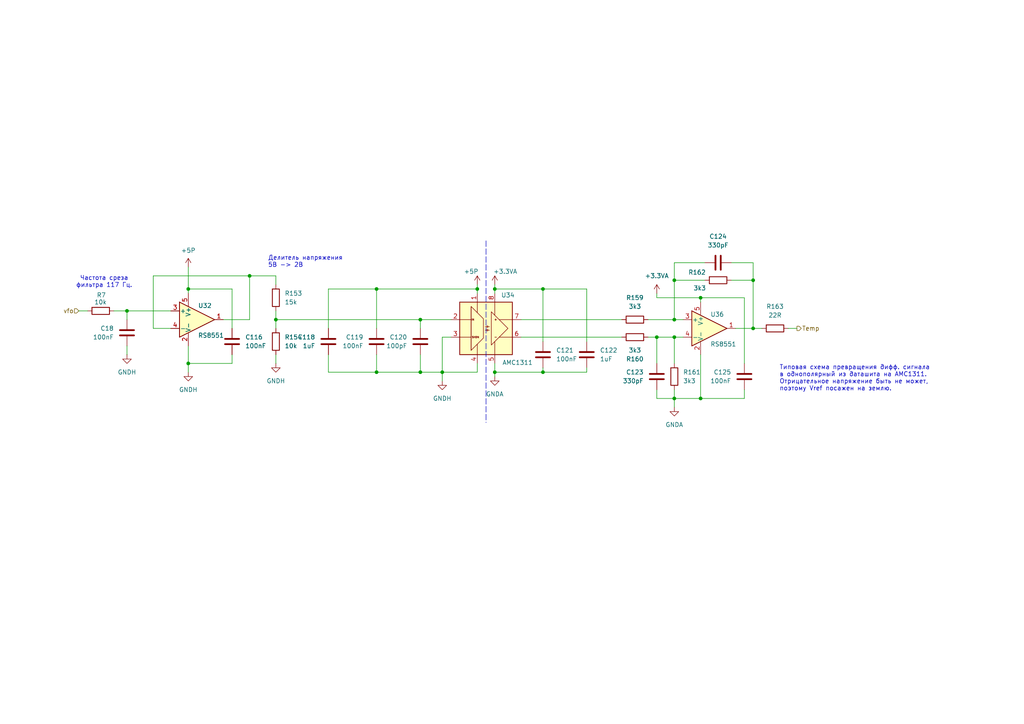
<source format=kicad_sch>
(kicad_sch (version 20231120) (generator "eeschema") (generator_version "8.0")
  (paper "A4")
  (lib_symbols
    (symbol "Device:C" (pin_numbers hide) (pin_names (offset 0.254))
      (property "Reference" "C" (at 0.635 2.54 0))
      (property "Value" "C" (at 0.635 -2.54 0))
      (symbol "C_0_1"
        (polyline (pts (xy -2.032 -0.762) (xy 2.032 -0.762)) (stroke (width 0.508)))
        (polyline (pts (xy -2.032 0.762) (xy 2.032 0.762)) (stroke (width 0.508)))
      )
      (symbol "C_1_1"
        (pin passive line (at 0 3.81 270) (length 2.794) (name "~") (number "1"))
        (pin passive line (at 0 -3.81 90) (length 2.794) (name "~") (number "2"))
      )
    )
    (symbol "Device:R" (pin_numbers hide) (pin_names (offset 0))
      (property "Reference" "R" (at 2.032 0 90))
      (property "Value" "R" (at 0 0 90))
      (symbol "R_0_1"
        (rectangle (start -1.016 -2.54) (end 1.016 2.54) (stroke (width 0.254)))
      )
      (symbol "R_1_1"
        (pin passive line (at 0 3.81 270) (length 1.27) (name "~") (number "1"))
        (pin passive line (at 0 -3.81 90) (length 1.27) (name "~") (number "2"))
      )
    )
    (symbol "main:AMC1311" (pin_names (offset 0) hide)
      (property "Reference" "U" (at -5.08 10.795 0))
      (property "Value" "AMC1311" (at -5.08 8.89 0))
      (symbol "AMC1311_0_0"
        (polyline (pts (xy -7.62 -2.54) (xy -4.318 -2.54)))
        (text "IN" (at -3.81 2.54 0) (effects (font (size 0.508 0.508))))
        (text "SHDN" (at -3.048 -2.54 0) (effects (font (size 0.508 0.508))))
      )
      (symbol "AMC1311_0_1"
        (rectangle (start -7.62 7.62) (end 7.62 -7.62) (stroke (width 0.254)) (fill (type background)))
        (polyline (pts (xy -7.62 2.54) (xy -4.318 2.54)))
        (polyline (pts (xy -4.318 6.35) (xy -4.318 -6.35)))
        (polyline (pts (xy -2.54 -7.62) (xy -2.54 -4.572)))
        (polyline (pts (xy -2.54 7.62) (xy -2.54 4.572)))
        (polyline (pts (xy 0.254 -0.508) (xy -0.254 -0.508)))
        (polyline (pts (xy 0.254 -0.254) (xy 0.254 -0.762)))
        (polyline (pts (xy 0.254 0.508) (xy -0.254 0.508)))
        (polyline (pts (xy 0.254 0.762) (xy 0.254 0.254)))
        (polyline (pts (xy 0.508 -0.508) (xy 1.016 -0.508)))
        (polyline (pts (xy 0.508 -0.254) (xy 0.508 -0.762)))
        (polyline (pts (xy 0.508 0.508) (xy 1.016 0.508)))
        (polyline (pts (xy 0.508 0.762) (xy 0.508 0.254)))
        (polyline (pts (xy 2.54 -7.62) (xy 2.54 -3.81)))
        (polyline (pts (xy 2.54 7.62) (xy 2.54 3.81)))
        (polyline (pts (xy 2.794 2.794) (xy 2.794 2.286)))
        (polyline (pts (xy 3.048 -2.54) (xy 2.54 -2.54)))
        (polyline (pts (xy 3.048 2.54) (xy 2.54 2.54)))
        (polyline (pts (xy 7.62 -2.54) (xy 3.81 -2.54)))
        (polyline (pts (xy 7.62 2.54) (xy 3.81 2.54)))
        (polyline (pts (xy 6.35 0) (xy 1.524 -4.826) (xy 1.524 4.826) (xy 6.35 0)))
        (polyline (pts (xy -4.318 -6.35) (xy -0.762 -2.794) (xy -0.762 2.794) (xy -4.318 6.35) (xy -4.318 -6.35)))
      )
      (symbol "AMC1311_1_1"
        (pin power_in line (at -2.54 10.16 270) (length 2.54) (name "VDD1") (number "1"))
        (pin input line (at -10.16 2.54 0) (length 2.54) (name "IN") (number "2"))
        (pin input line (at -10.16 -2.54 0) (length 2.54) (name "IN-") (number "3"))
        (pin power_in line (at -2.54 -10.16 90) (length 2.54) (name "GND1") (number "4"))
        (pin power_in line (at 2.54 -10.16 90) (length 2.54) (name "GND2") (number "5"))
        (pin output line (at 10.16 -2.54 180) (length 2.54) (name "OUT-") (number "6"))
        (pin output line (at 10.16 2.54 180) (length 2.54) (name "OUT+") (number "7"))
        (pin power_in line (at 2.54 10.16 270) (length 2.54) (name "VDD2") (number "8"))
      )
    )
    (symbol "main:GNDH" (power) (pin_numbers hide) (pin_names (offset 0) hide)
      (property "Value" "GNDH" (at 0 -3.81 0))
      (symbol "GNDH_0_1"
        (polyline (pts (xy 0 0) (xy 0 -1.27) (xy 1.27 -1.27) (xy 0 -2.54) (xy -1.27 -1.27) (xy 0 -1.27)))
      )
      (symbol "GNDH_1_1"
        (pin power_in line (at 0 0 270) (length 0) (name "~") (number "1"))
      )
    )
    (symbol "main:RS8551" (pin_names (offset 0.127))
      (property "Reference" "U" (at 0 5.08 0))
      (property "Value" "RS8551" (at 0 -5.08 0))
      (symbol "RS8551_0_1"
        (polyline (pts (xy -5.08 5.08) (xy 5.08 0) (xy -5.08 -5.08) (xy -5.08 5.08)) (stroke (width 0.254)) (fill (type background)))
        (pin power_in line (at -2.54 -7.62 90) (length 3.81) (name "V-") (number "2"))
        (pin power_in line (at -2.54 7.62 270) (length 3.81) (name "V+") (number "5"))
      )
      (symbol "RS8551_1_1"
        (pin output line (at 7.62 0 180) (length 2.54) (name "~") (number "1"))
        (pin input line (at -7.62 2.54 0) (length 2.54) (name "+") (number "3"))
        (pin input line (at -7.62 -2.54 0) (length 2.54) (name "-") (number "4"))
      )
    )
    (symbol "power:+3.3VA" (power) (pin_numbers hide) (pin_names (offset 0) hide)
      (property "Value" "+3.3VA" (at 0 3.556 0))
      (symbol "+3.3VA_0_1"
        (polyline (pts (xy -0.762 1.27) (xy 0 2.54)))
        (polyline (pts (xy 0 0) (xy 0 2.54)))
        (polyline (pts (xy 0 2.54) (xy 0.762 1.27)))
      )
      (symbol "+3.3VA_1_1"
        (pin power_in line (at 0 0 90) (length 0) (name "~") (number "1"))
      )
    )
    (symbol "power:+5P" (power) (pin_numbers hide) (pin_names (offset 0) hide)
      (property "Value" "+5P" (at 0 3.556 0))
      (symbol "+5P_0_1"
        (polyline (pts (xy -0.762 1.27) (xy 0 2.54)))
        (polyline (pts (xy 0 0) (xy 0 2.54)))
        (polyline (pts (xy 0 2.54) (xy 0.762 1.27)))
      )
      (symbol "+5P_1_1"
        (pin power_in line (at 0 0 90) (length 0) (name "~") (number "1"))
      )
    )
    (symbol "power:GNDA" (power) (pin_numbers hide) (pin_names (offset 0) hide)
      (property "Value" "GNDA" (at 0 -3.81 0))
      (symbol "GNDA_0_1"
        (polyline (pts (xy 0 0) (xy 0 -1.27) (xy 1.27 -1.27) (xy 0 -2.54) (xy -1.27 -1.27) (xy 0 -1.27)))
      )
      (symbol "GNDA_1_1"
        (pin power_in line (at 0 0 270) (length 0) (name "~") (number "1"))
      )
    )
  )
  (junction (at 138.43 83.82))
  (junction (at 195.58 97.79))
  (junction (at 203.2 86.36))
  (junction (at 36.83 90.17))
  (junction (at 121.92 107.95))
  (junction (at 203.2 115.57))
  (junction (at 54.61 105.41))
  (junction (at 218.44 81.28))
  (junction (at 109.22 83.82))
  (junction (at 109.22 107.95))
  (junction (at 190.5 97.79))
  (junction (at 54.61 83.82))
  (junction (at 121.92 92.71))
  (junction (at 80.01 92.71))
  (junction (at 218.44 95.25))
  (junction (at 128.27 107.95))
  (junction (at 143.51 83.82))
  (junction (at 143.51 107.95))
  (junction (at 72.39 80.01))
  (junction (at 195.58 115.57))
  (junction (at 157.48 107.95))
  (junction (at 157.48 83.82))
  (junction (at 195.58 81.28))
  (junction (at 195.58 92.71))
  (wire (pts (xy 80.01 102.87) (xy 80.01 105.41)))
  (wire (pts (xy 95.25 107.95) (xy 109.22 107.95)))
  (wire (pts (xy 80.01 92.71) (xy 80.01 95.25)))
  (wire (pts (xy 128.27 97.79) (xy 130.81 97.79)))
  (wire (pts (xy 215.9 105.41) (xy 215.9 86.36)))
  (wire (pts (xy 128.27 107.95) (xy 128.27 97.79)))
  (wire (pts (xy 36.83 92.71) (xy 36.83 90.17)))
  (wire (pts (xy 203.2 115.57) (xy 195.58 115.57)))
  (wire (pts (xy 95.25 95.25) (xy 95.25 83.82)))
  (wire (pts (xy 157.48 107.95) (xy 143.51 107.95)))
  (wire (pts (xy 157.48 106.68) (xy 157.48 107.95)))
  (wire (pts (xy 54.61 105.41) (xy 54.61 107.95)))
  (wire (pts (xy 203.2 87.63) (xy 203.2 86.36)))
  (wire (pts (xy 213.36 95.25) (xy 218.44 95.25)))
  (wire (pts (xy 143.51 83.82) (xy 143.51 85.09)))
  (wire (pts (xy 195.58 81.28) (xy 204.47 81.28)))
  (wire (pts (xy 228.6 95.25) (xy 231.14 95.25)))
  (wire (pts (xy 22.86 90.17) (xy 25.4 90.17)))
  (wire (pts (xy 190.5 113.03) (xy 190.5 115.57)))
  (wire (pts (xy 72.39 92.71) (xy 72.39 80.01)))
  (wire (pts (xy 157.48 83.82) (xy 143.51 83.82)))
  (wire (pts (xy 64.77 92.71) (xy 72.39 92.71)))
  (wire (pts (xy 157.48 107.95) (xy 170.18 107.95)))
  (wire (pts (xy 138.43 83.82) (xy 138.43 85.09)))
  (wire (pts (xy 80.01 80.01) (xy 80.01 82.55)))
  (wire (pts (xy 170.18 99.06) (xy 170.18 83.82)))
  (wire (pts (xy 109.22 107.95) (xy 121.92 107.95)))
  (wire (pts (xy 187.96 92.71) (xy 195.58 92.71)))
  (wire (pts (xy 44.45 95.25) (xy 49.53 95.25)))
  (wire (pts (xy 72.39 80.01) (xy 80.01 80.01)))
  (wire (pts (xy 218.44 76.2) (xy 218.44 81.28)))
  (wire (pts (xy 54.61 83.82) (xy 54.61 85.09)))
  (wire (pts (xy 195.58 81.28) (xy 195.58 92.71)))
  (wire (pts (xy 212.09 76.2) (xy 218.44 76.2)))
  (wire (pts (xy 67.31 102.87) (xy 67.31 105.41)))
  (wire (pts (xy 151.13 92.71) (xy 180.34 92.71)))
  (wire (pts (xy 67.31 95.25) (xy 67.31 83.82)))
  (wire (pts (xy 195.58 76.2) (xy 195.58 81.28)))
  (wire (pts (xy 128.27 107.95) (xy 128.27 110.49)))
  (wire (pts (xy 190.5 97.79) (xy 190.5 105.41)))
  (wire (pts (xy 204.47 76.2) (xy 195.58 76.2)))
  (wire (pts (xy 203.2 86.36) (xy 190.5 86.36)))
  (wire (pts (xy 72.39 80.01) (xy 44.45 80.01)))
  (wire (pts (xy 109.22 102.87) (xy 109.22 107.95)))
  (wire (pts (xy 195.58 115.57) (xy 195.58 118.11)))
  (wire (pts (xy 44.45 80.01) (xy 44.45 95.25)))
  (wire (pts (xy 109.22 95.25) (xy 109.22 83.82)))
  (wire (pts (xy 67.31 83.82) (xy 54.61 83.82)))
  (wire (pts (xy 203.2 102.87) (xy 203.2 115.57)))
  (wire (pts (xy 195.58 97.79) (xy 195.58 105.41)))
  (wire (pts (xy 36.83 90.17) (xy 33.02 90.17)))
  (wire (pts (xy 54.61 100.33) (xy 54.61 105.41)))
  (wire (pts (xy 36.83 90.17) (xy 49.53 90.17)))
  (wire (pts (xy 121.92 92.71) (xy 121.92 95.25)))
  (wire (pts (xy 67.31 105.41) (xy 54.61 105.41)))
  (wire (pts (xy 130.81 92.71) (xy 121.92 92.71)))
  (wire (pts (xy 95.25 83.82) (xy 109.22 83.82)))
  (wire (pts (xy 80.01 90.17) (xy 80.01 92.71)))
  (wire (pts (xy 218.44 81.28) (xy 218.44 95.25)))
  (wire (pts (xy 218.44 95.25) (xy 220.98 95.25)))
  (wire (pts (xy 195.58 113.03) (xy 195.58 115.57)))
  (wire (pts (xy 151.13 97.79) (xy 180.34 97.79)))
  (wire (pts (xy 109.22 83.82) (xy 138.43 83.82)))
  (wire (pts (xy 36.83 100.33) (xy 36.83 102.87)))
  (polyline (pts (xy 140.97 69.85) (xy 140.97 122.555)) (stroke (width 0) (type dash)))
  (wire (pts (xy 198.12 92.71) (xy 195.58 92.71)))
  (wire (pts (xy 190.5 115.57) (xy 195.58 115.57)))
  (wire (pts (xy 187.96 97.79) (xy 190.5 97.79)))
  (wire (pts (xy 215.9 86.36) (xy 203.2 86.36)))
  (wire (pts (xy 143.51 107.95) (xy 143.51 109.22)))
  (wire (pts (xy 138.43 107.95) (xy 128.27 107.95)))
  (wire (pts (xy 190.5 85.09) (xy 190.5 86.36)))
  (wire (pts (xy 170.18 83.82) (xy 157.48 83.82)))
  (wire (pts (xy 138.43 105.41) (xy 138.43 107.95)))
  (wire (pts (xy 95.25 102.87) (xy 95.25 107.95)))
  (wire (pts (xy 121.92 102.87) (xy 121.92 107.95)))
  (wire (pts (xy 190.5 97.79) (xy 195.58 97.79)))
  (wire (pts (xy 138.43 82.55) (xy 138.43 83.82)))
  (wire (pts (xy 212.09 81.28) (xy 218.44 81.28)))
  (wire (pts (xy 198.12 97.79) (xy 195.58 97.79)))
  (wire (pts (xy 143.51 82.55) (xy 143.51 83.82)))
  (wire (pts (xy 80.01 92.71) (xy 121.92 92.71)))
  (wire (pts (xy 121.92 107.95) (xy 128.27 107.95)))
  (wire (pts (xy 143.51 105.41) (xy 143.51 107.95)))
  (wire (pts (xy 215.9 113.03) (xy 215.9 115.57)))
  (wire (pts (xy 157.48 99.06) (xy 157.48 83.82)))
  (wire (pts (xy 54.61 77.47) (xy 54.61 83.82)))
  (wire (pts (xy 170.18 106.68) (xy 170.18 107.95)))
  (wire (pts (xy 215.9 115.57) (xy 203.2 115.57)))
  (text "Типовая схема превращения дифф. сигнала\nв однополярный из даташита на AMC1311.\nОтрицательное напряжение быть не может,\nпоэтому Vref посажен на землю." (at 226.06 109.728 0) (effects (font (size 1.27 1.27)) (justify left)))
  (text "Делитель напряжения\n5В -> 2В" (at 77.724 75.946 0) (effects (font (size 1.27 1.27)) (justify left)))
  (text "Частота среза\nфильтра 117 Гц." (at 30.226 81.788 0) (effects (font (size 1.27 1.27))))
  (hierarchical_label "vfo" (shape input) (at 22.86 90.17 180))
  (hierarchical_label "Temp" (shape output) (at 231.14 95.25 0))
  (symbol (lib_id "Device:R") (at 208.28 81.28 90) (mirror x) (unit 1)
    (property "Reference" "R162" (at 202.184 78.994 90))
    (property "Value" "3k3" (at 202.946 83.566 90))
    (property "Footprint" "Resistor_SMD:R_0805_2012Metric" (effects (hide yes)))
    (property "Description" "Resistor" (effects (hide yes)))
  )
  (symbol (lib_id "main:AMC1311") (at 140.97 95.25 0) (unit 1)
    (property "Reference" "U34" (at 147.32 85.598 0))
    (property "Value" "AMC1311" (at 150.114 105.156 0))
    (property "Footprint" "Package_SO:SOIC-8_7.5x5.85mm_P1.27mm" (effects (hide yes)))
    (property "Datasheet" "https://cdn.promelec.ru/upload/items/2023/10/17/amc1311.pdf" (effects (hide yes)))
    (property "Description" "The AMC1311 is a precision, isolated amplifier with an output separated from the input circuitry by a capacitive isolation barrier that is highly resistant to magnetic interference." (effects (hide yes)))
  )
  (symbol (lib_id "Device:R") (at 29.21 90.17 270) (unit 1)
    (property "Reference" "R7" (at 30.734 85.598 90) (effects (justify right)))
    (property "Value" "10k" (at 30.988 87.63 90) (effects (justify right)))
    (property "Footprint" "Resistor_SMD:R_0805_2012Metric" (effects (hide yes)))
    (property "Description" "Resistor" (effects (hide yes)))
  )
  (symbol (lib_id "Device:C") (at 190.5 109.22 0) (mirror x) (unit 1)
    (property "Reference" "C123" (at 186.69 107.9499 0) (effects (justify right)))
    (property "Value" "330pF" (at 186.69 110.4899 0) (effects (justify right)))
    (property "Footprint" "Capacitor_SMD:C_0805_2012Metric" (effects (hide yes)))
    (property "Description" "Unpolarized capacitor" (effects (hide yes)))
  )
  (symbol (lib_id "Device:C") (at 157.48 102.87 0) (unit 1)
    (property "Reference" "C121" (at 161.29 101.5999 0) (effects (justify left)))
    (property "Value" "100nF" (at 161.29 104.1399 0) (effects (justify left)))
    (property "Footprint" "Capacitor_SMD:C_0805_2012Metric" (effects (hide yes)))
    (property "Description" "Unpolarized capacitor" (effects (hide yes)))
  )
  (symbol (lib_id "main:GNDH") (at 36.83 102.87 0) (unit 1)
    (property "Reference" "#PWR013" (effects (hide yes)))
    (property "Value" "GNDH" (at 36.83 107.95 0))
    (property "Description" "Power symbol creates a global label with name \"GNDH\" , hi ground" (effects (hide yes)))
  )
  (symbol (lib_id "power:+3.3VA") (at 190.5 85.09 0) (unit 1)
    (property "Reference" "#PWR0178" (effects (hide yes)))
    (property "Value" "+3.3VA" (at 190.5 80.01 0))
    (property "Description" "Power symbol creates a global label with name \"+3.3VA\"" (effects (hide yes)))
  )
  (symbol (lib_id "main:GNDH") (at 54.61 107.95 0) (unit 1)
    (property "Reference" "#PWR0165" (effects (hide yes)))
    (property "Value" "GNDH" (at 54.61 113.03 0))
    (property "Description" "Power symbol creates a global label with name \"GNDH\" , hi ground" (effects (hide yes)))
  )
  (symbol (lib_id "Device:R") (at 80.01 86.36 180) (unit 1)
    (property "Reference" "R153" (at 82.55 85.0899 0) (effects (justify right)))
    (property "Value" "15k" (at 82.55 87.6299 0) (effects (justify right)))
    (property "Footprint" "Resistor_SMD:R_0805_2012Metric" (effects (hide yes)))
    (property "Description" "Resistor" (effects (hide yes)))
  )
  (symbol (lib_id "power:+5P") (at 54.61 77.47 0) (mirror y) (unit 1)
    (property "Reference" "#PWR0164" (effects (hide yes)))
    (property "Value" "+5P" (at 54.61 72.644 0))
    (property "Description" "Power symbol creates a global label with name \"+5P\"" (effects (hide yes)))
  )
  (symbol (lib_id "Device:C") (at 170.18 102.87 0) (unit 1)
    (property "Reference" "C122" (at 173.99 101.5999 0) (effects (justify left)))
    (property "Value" "1uF" (at 173.99 104.1399 0) (effects (justify left)))
    (property "Footprint" "Capacitor_SMD:C_0805_2012Metric" (effects (hide yes)))
    (property "Description" "Unpolarized capacitor" (effects (hide yes)))
  )
  (symbol (lib_id "main:RS8551") (at 57.15 92.71 0) (unit 1)
    (property "Reference" "U32" (at 59.436 88.646 0))
    (property "Value" "RS8551" (at 61.214 97.282 0))
    (property "Footprint" "Package_TO_SOT_SMD:TSOT-23-5" (effects (hide yes)))
    (property "Datasheet" "https://www.run-ic.com/en/details/9/11.html" (effects (hide yes)))
    (property "Description" "The RS8551,RS8552,RS8554,RS8553(dual version &shutdown)series of CMOS operational amplifiers use auto-zero techniques to simultaneously provide very low offset voltage (5μV max) and near-zero drift over time and temperature. This family of amplifiers has ultralow noise, offset and power." (effects (hide yes)))
  )
  (symbol (lib_id "Device:C") (at 67.31 99.06 0) (unit 1)
    (property "Reference" "C116" (at 71.12 97.7899 0) (effects (justify left)))
    (property "Value" "100nF" (at 71.12 100.3299 0) (effects (justify left)))
    (property "Footprint" "Capacitor_SMD:C_0805_2012Metric" (effects (hide yes)))
    (property "Description" "Unpolarized capacitor" (effects (hide yes)))
  )
  (symbol (lib_id "Device:R") (at 224.79 95.25 90) (unit 1)
    (property "Reference" "R163" (at 224.79 88.9 90))
    (property "Value" "22R" (at 224.79 91.44 90))
    (property "Footprint" "Resistor_SMD:R_0805_2012Metric" (effects (hide yes)))
    (property "Description" "Resistor" (effects (hide yes)))
  )
  (symbol (lib_id "Device:R") (at 184.15 92.71 90) (unit 1)
    (property "Reference" "R159" (at 184.15 86.36 90))
    (property "Value" "3k3" (at 184.15 88.9 90))
    (property "Footprint" "Resistor_SMD:R_0805_2012Metric" (effects (hide yes)))
    (property "Description" "Resistor" (effects (hide yes)))
  )
  (symbol (lib_id "Device:C") (at 208.28 76.2 270) (unit 1)
    (property "Reference" "C124" (at 208.28 68.58 90))
    (property "Value" "330pF" (at 208.28 71.12 90))
    (property "Footprint" "Capacitor_SMD:C_0805_2012Metric" (effects (hide yes)))
    (property "Description" "Unpolarized capacitor" (effects (hide yes)))
  )
  (symbol (lib_id "main:RS8551") (at 205.74 95.25 0) (unit 1)
    (property "Reference" "U36" (at 208.026 91.186 0))
    (property "Value" "RS8551" (at 209.804 99.822 0))
    (property "Footprint" "Package_TO_SOT_SMD:TSOT-23-5" (effects (hide yes)))
    (property "Datasheet" "https://www.run-ic.com/en/details/9/11.html" (effects (hide yes)))
    (property "Description" "The RS8551,RS8552,RS8554,RS8553(dual version &shutdown)series of CMOS operational amplifiers use auto-zero techniques to simultaneously provide very low offset voltage (5μV max) and near-zero drift over time and temperature. This family of amplifiers has ultralow noise, offset and power." (effects (hide yes)))
  )
  (symbol (lib_id "Device:C") (at 109.22 99.06 0) (mirror y) (unit 1)
    (property "Reference" "C119" (at 105.41 97.7899 0) (effects (justify left)))
    (property "Value" "100nF" (at 105.41 100.3299 0) (effects (justify left)))
    (property "Footprint" "Capacitor_SMD:C_0805_2012Metric" (effects (hide yes)))
    (property "Description" "Unpolarized capacitor" (effects (hide yes)))
  )
  (symbol (lib_id "power:+5P") (at 138.43 82.55 0) (unit 1)
    (property "Reference" "#PWR0173" (effects (hide yes)))
    (property "Value" "+5P" (at 136.652 78.74 0))
    (property "Description" "Power symbol creates a global label with name \"+5P\"" (effects (hide yes)))
  )
  (symbol (lib_id "main:GNDH") (at 128.27 110.49 0) (unit 1)
    (property "Reference" "#PWR0171" (effects (hide yes)))
    (property "Value" "GNDH" (at 128.27 115.57 0))
    (property "Description" "Power symbol creates a global label with name \"GNDH\" , hi ground" (effects (hide yes)))
  )
  (symbol (lib_id "Device:C") (at 215.9 109.22 0) (mirror y) (unit 1)
    (property "Reference" "C125" (at 212.09 107.9499 0) (effects (justify left)))
    (property "Value" "100nF" (at 212.09 110.4899 0) (effects (justify left)))
    (property "Footprint" "Capacitor_SMD:C_0805_2012Metric" (effects (hide yes)))
    (property "Description" "Unpolarized capacitor" (effects (hide yes)))
  )
  (symbol (lib_id "power:GNDA") (at 143.51 109.22 0) (unit 1)
    (property "Reference" "#PWR0175" (effects (hide yes)))
    (property "Value" "GNDA" (at 143.51 114.3 0))
    (property "Description" "Power symbol creates a global label with name \"GNDA\" , analog ground" (effects (hide yes)))
  )
  (symbol (lib_id "Device:C") (at 121.92 99.06 0) (mirror x) (unit 1)
    (property "Reference" "C120" (at 118.11 97.7899 0) (effects (justify right)))
    (property "Value" "100pF" (at 118.11 100.3299 0) (effects (justify right)))
    (property "Footprint" "Capacitor_SMD:C_0805_2012Metric" (effects (hide yes)))
    (property "Description" "Unpolarized capacitor" (effects (hide yes)))
  )
  (symbol (lib_id "power:+3.3VA") (at 143.51 82.55 0) (unit 1)
    (property "Reference" "#PWR0174" (effects (hide yes)))
    (property "Value" "+3.3VA" (at 146.558 78.74 0))
    (property "Description" "Power symbol creates a global label with name \"+3.3VA\"" (effects (hide yes)))
  )
  (symbol (lib_id "Device:R") (at 184.15 97.79 270) (mirror x) (unit 1)
    (property "Reference" "R160" (at 184.15 104.14 90))
    (property "Value" "3k3" (at 184.15 101.6 90))
    (property "Footprint" "Resistor_SMD:R_0805_2012Metric" (effects (hide yes)))
    (property "Description" "Resistor" (effects (hide yes)))
  )
  (symbol (lib_id "Device:R") (at 195.58 109.22 180) (unit 1)
    (property "Reference" "R161" (at 198.12 107.9499 0) (effects (justify right)))
    (property "Value" "3k3" (at 198.12 110.4899 0) (effects (justify right)))
    (property "Footprint" "Resistor_SMD:R_0805_2012Metric" (effects (hide yes)))
    (property "Description" "Resistor" (effects (hide yes)))
  )
  (symbol (lib_id "Device:C") (at 36.83 96.52 0) (mirror y) (unit 1)
    (property "Reference" "C18" (at 33.02 95.2499 0) (effects (justify left)))
    (property "Value" "100nF" (at 33.02 97.7899 0) (effects (justify left)))
    (property "Footprint" "Capacitor_SMD:C_0805_2012Metric" (effects (hide yes)))
    (property "Description" "Unpolarized capacitor" (effects (hide yes)))
  )
  (symbol (lib_id "main:GNDH") (at 80.01 105.41 0) (unit 1)
    (property "Reference" "#PWR0168" (effects (hide yes)))
    (property "Value" "GNDH" (at 80.01 110.49 0))
    (property "Description" "Power symbol creates a global label with name \"GNDH\" , hi ground" (effects (hide yes)))
  )
  (symbol (lib_id "Device:R") (at 80.01 99.06 180) (unit 1)
    (property "Reference" "R154" (at 82.55 97.7899 0) (effects (justify right)))
    (property "Value" "10k" (at 82.55 100.3299 0) (effects (justify right)))
    (property "Footprint" "Resistor_SMD:R_0805_2012Metric" (effects (hide yes)))
    (property "Description" "Resistor" (effects (hide yes)))
  )
  (symbol (lib_id "power:GNDA") (at 195.58 118.11 0) (unit 1)
    (property "Reference" "#PWR0179" (effects (hide yes)))
    (property "Value" "GNDA" (at 195.58 123.19 0))
    (property "Description" "Power symbol creates a global label with name \"GNDA\" , analog ground" (effects (hide yes)))
  )
  (symbol (lib_id "Device:C") (at 95.25 99.06 0) (mirror y) (unit 1)
    (property "Reference" "C118" (at 91.44 97.7899 0) (effects (justify left)))
    (property "Value" "1uF" (at 91.44 100.3299 0) (effects (justify left)))
    (property "Footprint" "Capacitor_SMD:C_0805_2012Metric" (effects (hide yes)))
    (property "Description" "Unpolarized capacitor" (effects (hide yes)))
  )
)
</source>
